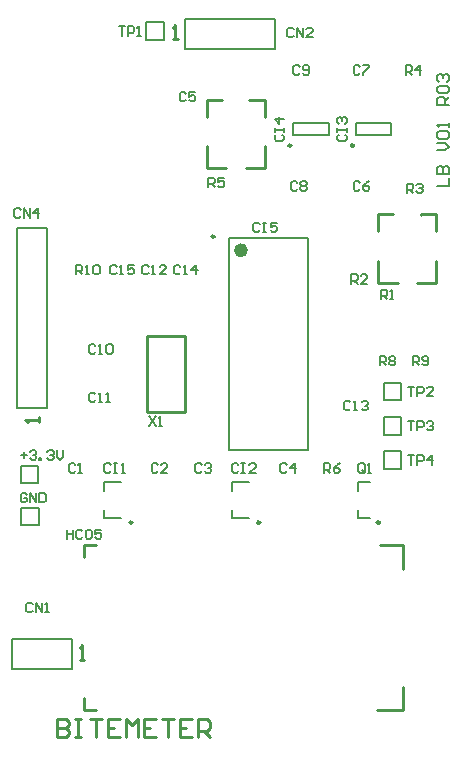
<source format=gto>
%FSLAX44Y44*%
%MOMM*%
G71*
G01*
G75*
G04 Layer_Color=65535*
%ADD10R,1.3000X1.2000*%
%ADD11R,1.0000X1.0000*%
%ADD12R,1.0000X0.8000*%
%ADD13R,2.0000X1.6000*%
%ADD14R,1.0000X1.0000*%
G04:AMPARAMS|DCode=15|XSize=1.5mm|YSize=1mm|CornerRadius=0.25mm|HoleSize=0mm|Usage=FLASHONLY|Rotation=270.000|XOffset=0mm|YOffset=0mm|HoleType=Round|Shape=RoundedRectangle|*
%AMROUNDEDRECTD15*
21,1,1.5000,0.5000,0,0,270.0*
21,1,1.0000,1.0000,0,0,270.0*
1,1,0.5000,-0.2500,-0.5000*
1,1,0.5000,-0.2500,0.5000*
1,1,0.5000,0.2500,0.5000*
1,1,0.5000,0.2500,-0.5000*
%
%ADD15ROUNDEDRECTD15*%
G04:AMPARAMS|DCode=16|XSize=1.5mm|YSize=1mm|CornerRadius=0.25mm|HoleSize=0mm|Usage=FLASHONLY|Rotation=180.000|XOffset=0mm|YOffset=0mm|HoleType=Round|Shape=RoundedRectangle|*
%AMROUNDEDRECTD16*
21,1,1.5000,0.5000,0,0,180.0*
21,1,1.0000,1.0000,0,0,180.0*
1,1,0.5000,-0.5000,0.2500*
1,1,0.5000,0.5000,0.2500*
1,1,0.5000,0.5000,-0.2500*
1,1,0.5000,-0.5000,-0.2500*
%
%ADD16ROUNDEDRECTD16*%
%ADD17R,2.0000X0.6000*%
%ADD18R,0.9000X0.8000*%
%ADD19R,1.3000X1.5000*%
%ADD20R,2.4000X1.1000*%
%ADD21R,1.2000X1.3000*%
%ADD22R,0.6000X1.0000*%
%ADD23C,0.2540*%
%ADD24C,1.7000*%
%ADD25R,1.7000X1.7000*%
%ADD26R,1.7000X1.7000*%
%ADD27C,3.5000*%
%ADD28C,0.8000*%
%ADD29C,0.2500*%
%ADD30C,0.6000*%
%ADD31C,0.1524*%
%ADD32C,0.2000*%
D23*
X1127000Y657250D02*
X1159000D01*
X1127000D02*
Y721500D01*
X1159000Y657250D02*
Y721500D01*
X1127000D02*
X1159000D01*
X1324000Y545000D02*
X1344000D01*
X1324000D02*
X1344000D01*
Y525000D02*
Y545000D01*
X1321500Y405000D02*
X1344000D01*
Y425000D01*
X1074000Y405000D02*
Y415000D01*
Y405000D02*
X1084000D01*
X1074000Y535000D02*
Y545000D01*
X1084000D01*
X1178000Y864000D02*
Y882500D01*
Y864000D02*
X1194250D01*
X1210500Y863750D02*
X1226750D01*
Y882500D01*
X1177750Y907500D02*
Y922000D01*
X1226750Y907500D02*
Y922000D01*
X1177750D02*
X1190250D01*
X1213750D02*
X1226750D01*
X1213750Y921750D02*
Y922000D01*
X1323000Y767000D02*
Y785500D01*
Y767000D02*
X1339250D01*
X1355500Y766750D02*
X1371750D01*
Y785500D01*
X1322750Y810500D02*
Y825000D01*
X1371750Y810500D02*
Y825000D01*
X1322750D02*
X1335250D01*
X1358750D02*
X1371750D01*
X1358750Y824750D02*
Y825000D01*
X1149000Y973000D02*
X1152999D01*
X1150999D01*
Y984996D01*
X1149000Y982997D01*
X1070000Y448000D02*
X1073999D01*
X1071999D01*
Y459996D01*
X1070000Y457997D01*
X1036000Y649000D02*
Y652999D01*
Y650999D01*
X1024004D01*
X1026003Y649000D01*
X1051000Y397235D02*
Y382000D01*
X1058617D01*
X1061157Y384539D01*
Y387078D01*
X1058617Y389618D01*
X1051000D01*
X1058617D01*
X1061157Y392157D01*
Y394696D01*
X1058617Y397235D01*
X1051000D01*
X1066235D02*
X1071313D01*
X1068774D01*
Y382000D01*
X1066235D01*
X1071313D01*
X1078931Y397235D02*
X1089088D01*
X1084009D01*
Y382000D01*
X1104323Y397235D02*
X1094166D01*
Y382000D01*
X1104323D01*
X1094166Y389618D02*
X1099244D01*
X1109401Y382000D02*
Y397235D01*
X1114480Y392157D01*
X1119558Y397235D01*
Y382000D01*
X1134793Y397235D02*
X1124636D01*
Y382000D01*
X1134793D01*
X1124636Y389618D02*
X1129715D01*
X1139871Y397235D02*
X1150028D01*
X1144950D01*
Y382000D01*
X1165263Y397235D02*
X1155106D01*
Y382000D01*
X1165263D01*
X1155106Y389618D02*
X1160185D01*
X1170341Y382000D02*
Y397235D01*
X1177959D01*
X1180498Y394696D01*
Y389618D01*
X1177959Y387078D01*
X1170341D01*
X1175420D02*
X1180498Y382000D01*
D29*
X1222750Y564000D02*
G03*
X1222750Y564000I-1250J0D01*
G01*
X1114750D02*
G03*
X1114750Y564000I-1250J0D01*
G01*
X1184250Y806050D02*
G03*
X1184250Y806050I-1250J0D01*
G01*
X1324250Y564000D02*
G03*
X1324250Y564000I-1250J0D01*
G01*
X1249250Y883250D02*
G03*
X1249250Y883250I-1250J0D01*
G01*
X1302250Y883250D02*
G03*
X1302250Y883250I-1250J0D01*
G01*
D30*
X1209500Y794500D02*
G03*
X1209500Y794500I-3000J0D01*
G01*
D31*
X1141500Y972500D02*
Y987500D01*
X1126500D02*
X1141500D01*
X1126500Y972500D02*
Y987500D01*
Y972500D02*
X1141500D01*
X1035500Y561500D02*
Y576500D01*
X1020500D02*
X1035500D01*
X1020500Y561500D02*
Y576500D01*
Y561500D02*
X1035500D01*
X1035150Y597190D02*
Y612190D01*
X1020150D02*
X1035150D01*
X1020150Y597190D02*
Y612190D01*
Y597190D02*
X1035150D01*
X1327500Y609500D02*
X1342500D01*
Y624500D01*
X1327500D02*
X1342500D01*
X1327500Y609500D02*
Y624500D01*
Y638500D02*
X1342500D01*
Y653500D01*
X1327500D02*
X1342500D01*
X1327500Y638500D02*
Y653500D01*
Y667500D02*
X1342500D01*
Y682500D01*
X1327500D02*
X1342500D01*
X1327500Y667500D02*
Y682500D01*
D32*
X1159550Y964550D02*
Y989950D01*
X1235750D01*
Y964550D02*
Y989950D01*
X1159550Y964550D02*
X1235750D01*
X1199000Y567500D02*
X1213000D01*
X1199000D02*
Y575000D01*
Y598500D02*
X1213000D01*
X1199000Y591000D02*
Y598500D01*
X1012900Y440300D02*
Y465700D01*
X1063700D01*
Y440300D02*
Y465700D01*
X1012900Y440300D02*
X1063700D01*
X1091000Y567500D02*
X1105000D01*
X1091000D02*
Y575000D01*
Y598500D02*
X1105000D01*
X1091000Y591000D02*
Y598500D01*
X1017300Y737150D02*
Y813350D01*
X1042700D01*
Y737150D02*
Y813350D01*
Y661300D02*
Y737500D01*
X1017300Y661300D02*
X1042700D01*
X1017300D02*
Y737500D01*
X1196500Y625500D02*
X1263500D01*
X1196500Y804500D02*
X1263500D01*
Y625500D02*
Y804500D01*
X1196500Y625500D02*
Y804500D01*
X1306000Y568000D02*
X1316000D01*
X1306000D02*
Y575000D01*
Y598000D02*
X1316000D01*
X1306000Y591000D02*
Y598000D01*
X1251000Y892000D02*
Y902000D01*
X1281000Y892000D02*
Y902000D01*
X1251000Y892000D02*
X1281000D01*
X1251000Y902000D02*
X1281000D01*
X1304000Y892000D02*
Y902000D01*
X1334000Y892000D02*
Y902000D01*
X1304000Y892000D02*
X1334000D01*
X1304000Y902000D02*
X1334000D01*
X1020000Y620999D02*
X1025332D01*
X1022666Y623665D02*
Y618333D01*
X1027997Y623665D02*
X1029330Y624997D01*
X1031996D01*
X1033329Y623665D01*
Y622332D01*
X1031996Y620999D01*
X1030663D01*
X1031996D01*
X1033329Y619666D01*
Y618333D01*
X1031996Y617000D01*
X1029330D01*
X1027997Y618333D01*
X1035995Y617000D02*
Y618333D01*
X1037328D01*
Y617000D01*
X1035995D01*
X1042659Y623665D02*
X1043992Y624997D01*
X1046658D01*
X1047991Y623665D01*
Y622332D01*
X1046658Y620999D01*
X1045325D01*
X1046658D01*
X1047991Y619666D01*
Y618333D01*
X1046658Y617000D01*
X1043992D01*
X1042659Y618333D01*
X1050657Y624997D02*
Y619666D01*
X1053323Y617000D01*
X1055988Y619666D01*
Y624997D01*
X1066332Y612664D02*
X1064999Y613997D01*
X1062333D01*
X1061000Y612664D01*
Y607333D01*
X1062333Y606000D01*
X1064999D01*
X1066332Y607333D01*
X1068997Y606000D02*
X1071663D01*
X1070330D01*
Y613997D01*
X1068997Y612664D01*
X1136332D02*
X1134999Y613997D01*
X1132333D01*
X1131000Y612664D01*
Y607333D01*
X1132333Y606000D01*
X1134999D01*
X1136332Y607333D01*
X1144329Y606000D02*
X1138997D01*
X1144329Y611332D01*
Y612664D01*
X1142996Y613997D01*
X1140330D01*
X1138997Y612664D01*
X1173332D02*
X1171999Y613997D01*
X1169333D01*
X1168000Y612664D01*
Y607333D01*
X1169333Y606000D01*
X1171999D01*
X1173332Y607333D01*
X1175997Y612664D02*
X1177330Y613997D01*
X1179996D01*
X1181329Y612664D01*
Y611332D01*
X1179996Y609999D01*
X1178663D01*
X1179996D01*
X1181329Y608666D01*
Y607333D01*
X1179996Y606000D01*
X1177330D01*
X1175997Y607333D01*
X1245332Y612664D02*
X1243999Y613997D01*
X1241333D01*
X1240000Y612664D01*
Y607333D01*
X1241333Y606000D01*
X1243999D01*
X1245332Y607333D01*
X1251996Y606000D02*
Y613997D01*
X1247998Y609999D01*
X1253329D01*
X1083332Y713664D02*
X1081999Y714997D01*
X1079333D01*
X1078000Y713664D01*
Y708333D01*
X1079333Y707000D01*
X1081999D01*
X1083332Y708333D01*
X1085997Y707000D02*
X1088663D01*
X1087330D01*
Y714997D01*
X1085997Y713664D01*
X1092662D02*
X1093995Y714997D01*
X1096661D01*
X1097994Y713664D01*
Y708333D01*
X1096661Y707000D01*
X1093995D01*
X1092662Y708333D01*
Y713664D01*
X1083332Y672664D02*
X1081999Y673997D01*
X1079333D01*
X1078000Y672664D01*
Y667333D01*
X1079333Y666000D01*
X1081999D01*
X1083332Y667333D01*
X1085997Y666000D02*
X1088663D01*
X1087330D01*
Y673997D01*
X1085997Y672664D01*
X1092662Y666000D02*
X1095328D01*
X1093995D01*
Y673997D01*
X1092662Y672664D01*
X1128332Y780665D02*
X1126999Y781997D01*
X1124333D01*
X1123000Y780665D01*
Y775333D01*
X1124333Y774000D01*
X1126999D01*
X1128332Y775333D01*
X1130997Y774000D02*
X1133663D01*
X1132330D01*
Y781997D01*
X1130997Y780665D01*
X1142993Y774000D02*
X1137662D01*
X1142993Y779332D01*
Y780665D01*
X1141661Y781997D01*
X1138995D01*
X1137662Y780665D01*
X1299332Y665665D02*
X1297999Y666997D01*
X1295333D01*
X1294000Y665665D01*
Y660333D01*
X1295333Y659000D01*
X1297999D01*
X1299332Y660333D01*
X1301997Y659000D02*
X1304663D01*
X1303330D01*
Y666997D01*
X1301997Y665665D01*
X1308662D02*
X1309995Y666997D01*
X1312661D01*
X1313994Y665665D01*
Y664332D01*
X1312661Y662999D01*
X1311328D01*
X1312661D01*
X1313994Y661666D01*
Y660333D01*
X1312661Y659000D01*
X1309995D01*
X1308662Y660333D01*
X1155331Y780665D02*
X1153998Y781997D01*
X1151333D01*
X1150000Y780665D01*
Y775333D01*
X1151333Y774000D01*
X1153998D01*
X1155331Y775333D01*
X1157997Y774000D02*
X1160663D01*
X1159330D01*
Y781997D01*
X1157997Y780665D01*
X1168660Y774000D02*
Y781997D01*
X1164662Y777999D01*
X1169993D01*
X1101331Y780665D02*
X1099998Y781997D01*
X1097333D01*
X1096000Y780665D01*
Y775333D01*
X1097333Y774000D01*
X1099998D01*
X1101331Y775333D01*
X1103997Y774000D02*
X1106663D01*
X1105330D01*
Y781997D01*
X1103997Y780665D01*
X1115993Y781997D02*
X1110662D01*
Y777999D01*
X1113327Y779332D01*
X1114660D01*
X1115993Y777999D01*
Y775333D01*
X1114660Y774000D01*
X1111995D01*
X1110662Y775333D01*
X1096332Y612664D02*
X1094999Y613997D01*
X1092333D01*
X1091000Y612664D01*
Y607333D01*
X1092333Y606000D01*
X1094999D01*
X1096332Y607333D01*
X1098997Y613997D02*
X1101663D01*
X1100330D01*
Y606000D01*
X1098997D01*
X1101663D01*
X1105662D02*
X1108328D01*
X1106995D01*
Y613997D01*
X1105662Y612664D01*
X1204332D02*
X1202999Y613997D01*
X1200333D01*
X1199000Y612664D01*
Y607333D01*
X1200333Y606000D01*
X1202999D01*
X1204332Y607333D01*
X1206997Y613997D02*
X1209663D01*
X1208330D01*
Y606000D01*
X1206997D01*
X1209663D01*
X1218994D02*
X1213662D01*
X1218994Y611332D01*
Y612664D01*
X1217661Y613997D01*
X1214995D01*
X1213662Y612664D01*
X1222332Y816665D02*
X1220999Y817997D01*
X1218333D01*
X1217000Y816665D01*
Y811333D01*
X1218333Y810000D01*
X1220999D01*
X1222332Y811333D01*
X1224997Y817997D02*
X1227663D01*
X1226330D01*
Y810000D01*
X1224997D01*
X1227663D01*
X1236994Y817997D02*
X1231662D01*
Y813999D01*
X1234328Y815332D01*
X1235661D01*
X1236994Y813999D01*
Y811333D01*
X1235661Y810000D01*
X1232995D01*
X1231662Y811333D01*
X1030332Y494664D02*
X1028999Y495997D01*
X1026333D01*
X1025000Y494664D01*
Y489333D01*
X1026333Y488000D01*
X1028999D01*
X1030332Y489333D01*
X1032997Y488000D02*
Y495997D01*
X1038329Y488000D01*
Y495997D01*
X1040995Y488000D02*
X1043661D01*
X1042328D01*
Y495997D01*
X1040995Y494664D01*
X1251332Y981665D02*
X1249999Y982997D01*
X1247333D01*
X1246000Y981665D01*
Y976333D01*
X1247333Y975000D01*
X1249999D01*
X1251332Y976333D01*
X1253997Y975000D02*
Y982997D01*
X1259329Y975000D01*
Y982997D01*
X1267326Y975000D02*
X1261995D01*
X1267326Y980332D01*
Y981665D01*
X1265994Y982997D01*
X1263328D01*
X1261995Y981665D01*
X1019965Y828620D02*
X1018632Y829952D01*
X1015966D01*
X1014633Y828620D01*
Y823288D01*
X1015966Y821955D01*
X1018632D01*
X1019965Y823288D01*
X1022630Y821955D02*
Y829952D01*
X1027962Y821955D01*
Y829952D01*
X1034627Y821955D02*
Y829952D01*
X1030628Y825954D01*
X1035959D01*
X1025332Y587664D02*
X1023999Y588997D01*
X1021333D01*
X1020000Y587664D01*
Y582333D01*
X1021333Y581000D01*
X1023999D01*
X1025332Y582333D01*
Y584999D01*
X1022666D01*
X1027997Y581000D02*
Y588997D01*
X1033329Y581000D01*
Y588997D01*
X1035995D02*
Y581000D01*
X1039994D01*
X1041327Y582333D01*
Y587664D01*
X1039994Y588997D01*
X1035995D01*
X1059000Y557997D02*
Y550000D01*
Y553999D01*
X1064332D01*
Y557997D01*
Y550000D01*
X1072329Y556665D02*
X1070996Y557997D01*
X1068330D01*
X1066997Y556665D01*
Y551333D01*
X1068330Y550000D01*
X1070996D01*
X1072329Y551333D01*
X1074995Y556665D02*
X1076328Y557997D01*
X1078994D01*
X1080326Y556665D01*
Y551333D01*
X1078994Y550000D01*
X1076328D01*
X1074995Y551333D01*
Y556665D01*
X1088324Y557997D02*
X1082992D01*
Y553999D01*
X1085658Y555332D01*
X1086991D01*
X1088324Y553999D01*
Y551333D01*
X1086991Y550000D01*
X1084325D01*
X1082992Y551333D01*
X1311332Y607333D02*
Y612664D01*
X1309999Y613997D01*
X1307333D01*
X1306000Y612664D01*
Y607333D01*
X1307333Y606000D01*
X1309999D01*
X1308666Y608666D02*
X1311332Y606000D01*
X1309999D02*
X1311332Y607333D01*
X1313997Y606000D02*
X1316663D01*
X1315330D01*
Y613997D01*
X1313997Y612664D01*
X1277000Y606000D02*
Y613997D01*
X1280999D01*
X1282332Y612664D01*
Y609999D01*
X1280999Y608666D01*
X1277000D01*
X1279666D02*
X1282332Y606000D01*
X1290329Y613997D02*
X1287663Y612664D01*
X1284997Y609999D01*
Y607333D01*
X1286330Y606000D01*
X1288996D01*
X1290329Y607333D01*
Y608666D01*
X1288996Y609999D01*
X1284997D01*
X1324000Y697000D02*
Y704997D01*
X1327999D01*
X1329332Y703664D01*
Y700999D01*
X1327999Y699666D01*
X1324000D01*
X1326666D02*
X1329332Y697000D01*
X1331997Y703664D02*
X1333330Y704997D01*
X1335996D01*
X1337329Y703664D01*
Y702332D01*
X1335996Y700999D01*
X1337329Y699666D01*
Y698333D01*
X1335996Y697000D01*
X1333330D01*
X1331997Y698333D01*
Y699666D01*
X1333330Y700999D01*
X1331997Y702332D01*
Y703664D01*
X1333330Y700999D02*
X1335996D01*
X1352000Y697000D02*
Y704997D01*
X1355999D01*
X1357332Y703664D01*
Y700999D01*
X1355999Y699666D01*
X1352000D01*
X1354666D02*
X1357332Y697000D01*
X1359997Y698333D02*
X1361330Y697000D01*
X1363996D01*
X1365329Y698333D01*
Y703664D01*
X1363996Y704997D01*
X1361330D01*
X1359997Y703664D01*
Y702332D01*
X1361330Y700999D01*
X1365329D01*
X1067000Y774000D02*
Y781997D01*
X1070999D01*
X1072332Y780665D01*
Y777999D01*
X1070999Y776666D01*
X1067000D01*
X1069666D02*
X1072332Y774000D01*
X1074997D02*
X1077663D01*
X1076330D01*
Y781997D01*
X1074997Y780665D01*
X1081662D02*
X1082995Y781997D01*
X1085661D01*
X1086994Y780665D01*
Y775333D01*
X1085661Y774000D01*
X1082995D01*
X1081662Y775333D01*
Y780665D01*
X1103000Y983997D02*
X1108332D01*
X1105666D01*
Y976000D01*
X1110997D02*
Y983997D01*
X1114996D01*
X1116329Y982664D01*
Y979999D01*
X1114996Y978666D01*
X1110997D01*
X1118995Y976000D02*
X1121661D01*
X1120328D01*
Y983997D01*
X1118995Y982664D01*
X1348000Y678997D02*
X1353332D01*
X1350666D01*
Y671000D01*
X1355997D02*
Y678997D01*
X1359996D01*
X1361329Y677664D01*
Y674999D01*
X1359996Y673666D01*
X1355997D01*
X1369326Y671000D02*
X1363995D01*
X1369326Y676332D01*
Y677664D01*
X1367994Y678997D01*
X1365328D01*
X1363995Y677664D01*
X1348000Y649997D02*
X1353332D01*
X1350666D01*
Y642000D01*
X1355997D02*
Y649997D01*
X1359996D01*
X1361329Y648664D01*
Y645999D01*
X1359996Y644666D01*
X1355997D01*
X1363995Y648664D02*
X1365328Y649997D01*
X1367994D01*
X1369326Y648664D01*
Y647332D01*
X1367994Y645999D01*
X1366661D01*
X1367994D01*
X1369326Y644666D01*
Y643333D01*
X1367994Y642000D01*
X1365328D01*
X1363995Y643333D01*
X1348000Y620997D02*
X1353332D01*
X1350666D01*
Y613000D01*
X1355997D02*
Y620997D01*
X1359996D01*
X1361329Y619664D01*
Y616999D01*
X1359996Y615666D01*
X1355997D01*
X1367994Y613000D02*
Y620997D01*
X1363995Y616999D01*
X1369326D01*
X1129030Y653927D02*
X1134362Y645930D01*
Y653927D02*
X1129030Y645930D01*
X1137027D02*
X1139693D01*
X1138360D01*
Y653927D01*
X1137027Y652595D01*
X1179000Y848000D02*
Y855997D01*
X1182999D01*
X1184332Y854665D01*
Y851999D01*
X1182999Y850666D01*
X1179000D01*
X1181666D02*
X1184332Y848000D01*
X1192329Y855997D02*
X1186997D01*
Y851999D01*
X1189663Y853332D01*
X1190996D01*
X1192329Y851999D01*
Y849333D01*
X1190996Y848000D01*
X1188330D01*
X1186997Y849333D01*
X1160056Y927147D02*
X1158723Y928479D01*
X1156057D01*
X1154724Y927147D01*
Y921815D01*
X1156057Y920482D01*
X1158723D01*
X1160056Y921815D01*
X1168053Y928479D02*
X1162721D01*
Y924481D01*
X1165387Y925814D01*
X1166720D01*
X1168053Y924481D01*
Y921815D01*
X1166720Y920482D01*
X1164054D01*
X1162721Y921815D01*
X1307332Y851665D02*
X1305999Y852997D01*
X1303333D01*
X1302000Y851665D01*
Y846333D01*
X1303333Y845000D01*
X1305999D01*
X1307332Y846333D01*
X1315329Y852997D02*
X1312663Y851665D01*
X1309997Y848999D01*
Y846333D01*
X1311330Y845000D01*
X1313996D01*
X1315329Y846333D01*
Y847666D01*
X1313996Y848999D01*
X1309997D01*
X1307332Y949665D02*
X1305999Y950997D01*
X1303333D01*
X1302000Y949665D01*
Y944333D01*
X1303333Y943000D01*
X1305999D01*
X1307332Y944333D01*
X1309997Y950997D02*
X1315329D01*
Y949665D01*
X1309997Y944333D01*
Y943000D01*
X1254332Y851665D02*
X1252999Y852997D01*
X1250333D01*
X1249000Y851665D01*
Y846333D01*
X1250333Y845000D01*
X1252999D01*
X1254332Y846333D01*
X1256997Y851665D02*
X1258330Y852997D01*
X1260996D01*
X1262329Y851665D01*
Y850332D01*
X1260996Y848999D01*
X1262329Y847666D01*
Y846333D01*
X1260996Y845000D01*
X1258330D01*
X1256997Y846333D01*
Y847666D01*
X1258330Y848999D01*
X1256997Y850332D01*
Y851665D01*
X1258330Y848999D02*
X1260996D01*
X1256332Y949665D02*
X1254999Y950997D01*
X1252333D01*
X1251000Y949665D01*
Y944333D01*
X1252333Y943000D01*
X1254999D01*
X1256332Y944333D01*
X1258997D02*
X1260330Y943000D01*
X1262996D01*
X1264329Y944333D01*
Y949665D01*
X1262996Y950997D01*
X1260330D01*
X1258997Y949665D01*
Y948332D01*
X1260330Y946999D01*
X1264329D01*
X1289335Y892332D02*
X1288003Y890999D01*
Y888333D01*
X1289335Y887000D01*
X1294667D01*
X1296000Y888333D01*
Y890999D01*
X1294667Y892332D01*
X1288003Y894997D02*
Y897663D01*
Y896330D01*
X1296000D01*
Y894997D01*
Y897663D01*
X1289335Y901662D02*
X1288003Y902995D01*
Y905661D01*
X1289335Y906994D01*
X1290668D01*
X1292001Y905661D01*
Y904328D01*
Y905661D01*
X1293334Y906994D01*
X1294667D01*
X1296000Y905661D01*
Y902995D01*
X1294667Y901662D01*
X1236336Y892332D02*
X1235003Y890999D01*
Y888333D01*
X1236336Y887000D01*
X1241667D01*
X1243000Y888333D01*
Y890999D01*
X1241667Y892332D01*
X1235003Y894997D02*
Y897663D01*
Y896330D01*
X1243000D01*
Y894997D01*
Y897663D01*
Y905661D02*
X1235003D01*
X1239001Y901662D01*
Y906994D01*
X1325000Y753000D02*
Y760997D01*
X1328999D01*
X1330332Y759665D01*
Y756999D01*
X1328999Y755666D01*
X1325000D01*
X1327666D02*
X1330332Y753000D01*
X1332997D02*
X1335663D01*
X1334330D01*
Y760997D01*
X1332997Y759665D01*
X1300000Y766000D02*
Y773997D01*
X1303999D01*
X1305332Y772664D01*
Y769999D01*
X1303999Y768666D01*
X1300000D01*
X1302666D02*
X1305332Y766000D01*
X1313329D02*
X1307997D01*
X1313329Y771332D01*
Y772664D01*
X1311996Y773997D01*
X1309330D01*
X1307997Y772664D01*
X1347000Y843000D02*
Y850997D01*
X1350999D01*
X1352332Y849665D01*
Y846999D01*
X1350999Y845666D01*
X1347000D01*
X1349666D02*
X1352332Y843000D01*
X1354997Y849665D02*
X1356330Y850997D01*
X1358996D01*
X1360329Y849665D01*
Y848332D01*
X1358996Y846999D01*
X1357663D01*
X1358996D01*
X1360329Y845666D01*
Y844333D01*
X1358996Y843000D01*
X1356330D01*
X1354997Y844333D01*
X1346000Y943000D02*
Y950997D01*
X1349999D01*
X1351332Y949665D01*
Y946999D01*
X1349999Y945666D01*
X1346000D01*
X1348666D02*
X1351332Y943000D01*
X1357996D02*
Y950997D01*
X1353997Y946999D01*
X1359329D01*
X1373003Y849000D02*
X1383000D01*
Y855665D01*
X1373003Y858997D02*
X1383000D01*
Y863995D01*
X1381334Y865661D01*
X1379668D01*
X1378002Y863995D01*
Y858997D01*
Y863995D01*
X1376335Y865661D01*
X1374669D01*
X1373003Y863995D01*
Y858997D01*
Y878990D02*
X1379668D01*
X1383000Y882323D01*
X1379668Y885655D01*
X1373003D01*
X1374669Y888987D02*
X1373003Y890653D01*
Y893986D01*
X1374669Y895652D01*
X1381334D01*
X1383000Y893986D01*
Y890653D01*
X1381334Y888987D01*
X1374669D01*
X1383000Y898984D02*
Y902316D01*
Y900650D01*
X1373003D01*
X1374669Y898984D01*
X1383000Y917311D02*
X1373003D01*
Y922310D01*
X1374669Y923976D01*
X1378002D01*
X1379668Y922310D01*
Y917311D01*
Y920644D02*
X1383000Y923976D01*
X1374669Y927308D02*
X1373003Y928974D01*
Y932307D01*
X1374669Y933973D01*
X1381334D01*
X1383000Y932307D01*
Y928974D01*
X1381334Y927308D01*
X1374669D01*
Y937305D02*
X1373003Y938971D01*
Y942303D01*
X1374669Y943969D01*
X1376335D01*
X1378002Y942303D01*
Y940637D01*
Y942303D01*
X1379668Y943969D01*
X1381334D01*
X1383000Y942303D01*
Y938971D01*
X1381334Y937305D01*
M02*

</source>
